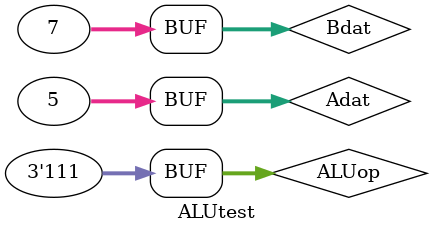
<source format=v>
`timescale 1ns / 1ps


module ALUtest;

	// Inputs
	reg [31:0] Adat;
	reg [31:0] Bdat;
	reg [2:0] ALUop;

	// Outputs
	wire [31:0] result;
	wire zero;
	wire overflow;

	// Instantiate the Unit Under Test (UUT)
	ALU uut (
		.Adat(Adat), 
		.Bdat(Bdat), 
		.ALUop(ALUop), 
		.result(result), 
		.zero(zero), 
		.overflow(overflow)
	);

	initial begin
		// Initialize Inputs
		Adat = 0;
		Bdat = 0;
		ALUop = 0;

		// Wait 100 ns for global reset to finish
		#100;
      Adat=5;
		Bdat=2;
		ALUop=3'b000;
		#50;
		Adat=5;
		Bdat=2;
		ALUop=3'b001;
		#50;
		Adat=0;
		Bdat=4;
		ALUop=3'b010;
		#50;
		Adat=5;
		Bdat=7;
		ALUop=3'b011;
		#50;
		Adat=5;
		Bdat=7;
		ALUop=3'b110;
		#50;
		Adat=5;
		Bdat=7;
		ALUop=3'b100;
		#50;
		Adat=5;
		Bdat=7;
		ALUop=3'b111;
		#50;
		Adat=5;
		Bdat=7;
		ALUop=3'b111;
		#50; 

	end
      
endmodule


</source>
